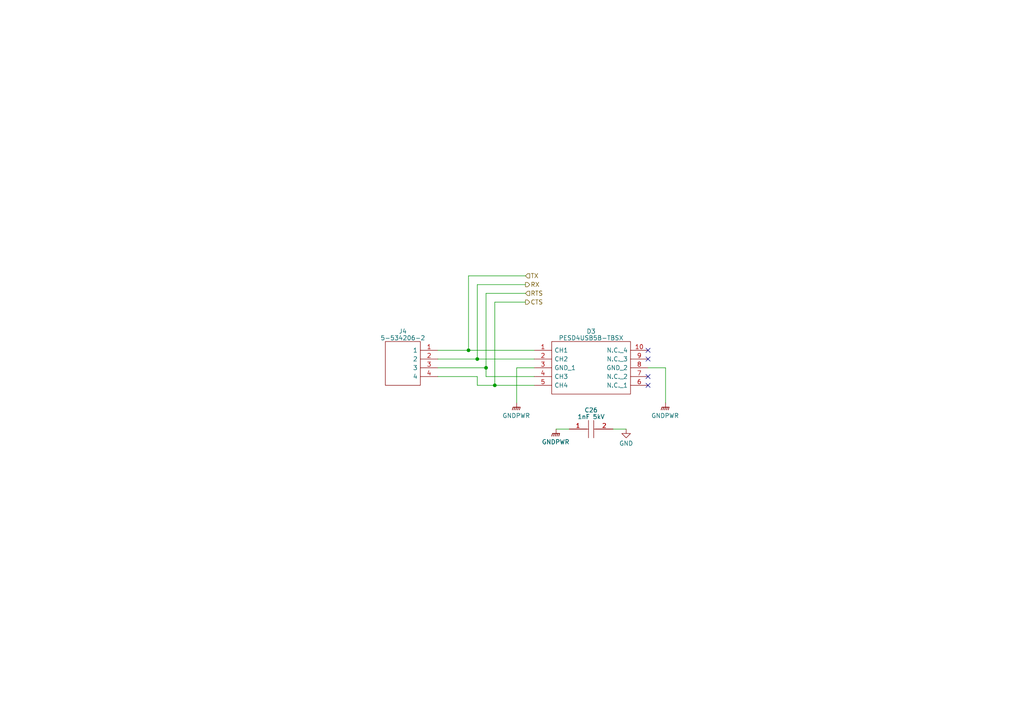
<source format=kicad_sch>
(kicad_sch (version 20230121) (generator eeschema)

  (uuid 52890bf1-14c2-408b-a53e-ac21e3e2bfba)

  (paper "A4")

  (title_block
    (title "Oro Link")
    (date "2023-03-01")
    (rev "2")
    (company "Oro Operating System")
  )

  (lib_symbols
    (symbol "SamacSys_Parts:5-534206-2" (pin_names (offset 0.762)) (in_bom yes) (on_board yes)
      (property "Reference" "J4" (at 10.16 5.4991 0)
        (effects (font (size 1.27 1.27)))
      )
      (property "Value" "5-534206-2" (at 10.16 3.5781 0)
        (effects (font (size 1.27 1.27)))
      )
      (property "Footprint" "RHDR4W77P254_2X2_508X503X864P" (at 16.51 2.54 0)
        (effects (font (size 1.27 1.27)) (justify left) hide)
      )
      (property "Datasheet" "http://www.te.com/commerce/DocumentDelivery/DDEController?Action=srchrtrv&DocNm=534206&DocType=Customer+Drawing&DocLang=English" (at 16.51 0 0)
        (effects (font (size 1.27 1.27)) (justify left) hide)
      )
      (property "Description" "04 MODII VRT DR CE 100/115" (at 16.51 -2.54 0)
        (effects (font (size 1.27 1.27)) (justify left) hide)
      )
      (property "Height" "8.64" (at 16.51 -5.08 0)
        (effects (font (size 1.27 1.27)) (justify left) hide)
      )
      (property "Manufacturer_Name" "TE Connectivity" (at 16.51 -7.62 0)
        (effects (font (size 1.27 1.27)) (justify left) hide)
      )
      (property "Manufacturer_Part_Number" "5-534206-2" (at 16.51 -10.16 0)
        (effects (font (size 1.27 1.27)) (justify left) hide)
      )
      (property "Mouser Part Number" "571-5-534206-2" (at 16.51 -12.7 0)
        (effects (font (size 1.27 1.27)) (justify left) hide)
      )
      (property "Mouser Price/Stock" "https://www.mouser.co.uk/ProductDetail/TE-Connectivity/5-534206-2?qs=0gM3%252BN3k%252B4CBi%2Fxd%252BM7zFw%3D%3D" (at 16.51 -15.24 0)
        (effects (font (size 1.27 1.27)) (justify left) hide)
      )
      (property "Arrow Part Number" "5-534206-2" (at 16.51 -17.78 0)
        (effects (font (size 1.27 1.27)) (justify left) hide)
      )
      (property "Arrow Price/Stock" "https://www.arrow.com/en/products/5-534206-2/te-connectivity?region=nac" (at 16.51 -20.32 0)
        (effects (font (size 1.27 1.27)) (justify left) hide)
      )
      (property "ki_description" "04 MODII VRT DR CE 100/115" (at 0 0 0)
        (effects (font (size 1.27 1.27)) hide)
      )
      (symbol "5-534206-2_0_0"
        (pin passive line (at 20.32 0 180) (length 5.08)
          (name "1" (effects (font (size 1.27 1.27))))
          (number "1" (effects (font (size 1.27 1.27))))
        )
        (pin passive line (at 20.32 -2.54 180) (length 5.08)
          (name "2" (effects (font (size 1.27 1.27))))
          (number "2" (effects (font (size 1.27 1.27))))
        )
        (pin passive line (at 20.32 -5.08 180) (length 5.08)
          (name "3" (effects (font (size 1.27 1.27))))
          (number "3" (effects (font (size 1.27 1.27))))
        )
        (pin passive line (at 20.32 -7.62 180) (length 5.08)
          (name "4" (effects (font (size 1.27 1.27))))
          (number "4" (effects (font (size 1.27 1.27))))
        )
      )
      (symbol "5-534206-2_0_1"
        (polyline
          (pts
            (xy 5.08 2.54)
            (xy 15.24 2.54)
            (xy 15.24 -10.16)
            (xy 5.08 -10.16)
            (xy 5.08 2.54)
          )
          (stroke (width 0.1524) (type solid))
          (fill (type none))
        )
      )
    )
    (symbol "SamacSys_Parts:HV2225Y102KXMATHV" (pin_names (offset 0.762)) (in_bom yes) (on_board yes)
      (property "Reference" "C" (at 8.89 6.35 0)
        (effects (font (size 1.27 1.27)) (justify left))
      )
      (property "Value" "HV2225Y102KXMATHV" (at 8.89 3.81 0)
        (effects (font (size 1.27 1.27)) (justify left))
      )
      (property "Footprint" "CAPC5664X270N" (at 8.89 1.27 0)
        (effects (font (size 1.27 1.27)) (justify left) hide)
      )
      (property "Datasheet" "https://componentsearchengine.com/Datasheets/1/HV2225Y102KXMATHV.pdf" (at 8.89 -1.27 0)
        (effects (font (size 1.27 1.27)) (justify left) hide)
      )
      (property "Description" "Multilayer Ceramic Capacitors MLCC - SMD/SMT 1.0nF 5000volts 10% X7R High Voltage" (at 8.89 -3.81 0)
        (effects (font (size 1.27 1.27)) (justify left) hide)
      )
      (property "Height" "2.7" (at 8.89 -6.35 0)
        (effects (font (size 1.27 1.27)) (justify left) hide)
      )
      (property "Manufacturer_Name" "Vishay" (at 8.89 -8.89 0)
        (effects (font (size 1.27 1.27)) (justify left) hide)
      )
      (property "Manufacturer_Part_Number" "HV2225Y102KXMATHV" (at 8.89 -11.43 0)
        (effects (font (size 1.27 1.27)) (justify left) hide)
      )
      (property "Mouser Part Number" "77-HV2225Y102KXMATHV" (at 8.89 -13.97 0)
        (effects (font (size 1.27 1.27)) (justify left) hide)
      )
      (property "Mouser Price/Stock" "https://www.mouser.com/Search/Refine.aspx?Keyword=77-HV2225Y102KXMATHV" (at 8.89 -16.51 0)
        (effects (font (size 1.27 1.27)) (justify left) hide)
      )
      (property "Arrow Part Number" "" (at 8.89 -19.05 0)
        (effects (font (size 1.27 1.27)) (justify left) hide)
      )
      (property "Arrow Price/Stock" "" (at 8.89 -21.59 0)
        (effects (font (size 1.27 1.27)) (justify left) hide)
      )
      (property "ki_description" "Multilayer Ceramic Capacitors MLCC - SMD/SMT 1.0nF 5000volts 10% X7R High Voltage" (at 0 0 0)
        (effects (font (size 1.27 1.27)) hide)
      )
      (symbol "HV2225Y102KXMATHV_0_0"
        (pin passive line (at 0 0 0) (length 5.08)
          (name "~" (effects (font (size 1.27 1.27))))
          (number "1" (effects (font (size 1.27 1.27))))
        )
        (pin passive line (at 12.7 0 180) (length 5.08)
          (name "~" (effects (font (size 1.27 1.27))))
          (number "2" (effects (font (size 1.27 1.27))))
        )
      )
      (symbol "HV2225Y102KXMATHV_0_1"
        (polyline
          (pts
            (xy 5.08 0)
            (xy 5.588 0)
          )
          (stroke (width 0.1524) (type solid))
          (fill (type none))
        )
        (polyline
          (pts
            (xy 5.588 2.54)
            (xy 5.588 -2.54)
          )
          (stroke (width 0.1524) (type solid))
          (fill (type none))
        )
        (polyline
          (pts
            (xy 7.112 0)
            (xy 7.62 0)
          )
          (stroke (width 0.1524) (type solid))
          (fill (type none))
        )
        (polyline
          (pts
            (xy 7.112 2.54)
            (xy 7.112 -2.54)
          )
          (stroke (width 0.1524) (type solid))
          (fill (type none))
        )
      )
    )
    (symbol "SamacSys_Parts:PESD4USB5B-TBSX" (pin_names (offset 0.762)) (in_bom yes) (on_board yes)
      (property "Reference" "D" (at 29.21 7.62 0)
        (effects (font (size 1.27 1.27)) (justify left))
      )
      (property "Value" "PESD4USB5B-TBSX" (at 29.21 5.08 0)
        (effects (font (size 1.27 1.27)) (justify left))
      )
      (property "Footprint" "PESD4USB5BTBSX" (at 29.21 2.54 0)
        (effects (font (size 1.27 1.27)) (justify left) hide)
      )
      (property "Datasheet" "https://assets.nexperia.com/documents/data-sheet/PESD4USB5B-TBS.pdf" (at 29.21 0 0)
        (effects (font (size 1.27 1.27)) (justify left) hide)
      )
      (property "Description" "5.5V (Typ) Clamp 7A (8/20s) Ipp Tvs Diode Surface Mount, Wettable Flank DFN2510D-10" (at 29.21 -2.54 0)
        (effects (font (size 1.27 1.27)) (justify left) hide)
      )
      (property "Height" "0.8" (at 29.21 -5.08 0)
        (effects (font (size 1.27 1.27)) (justify left) hide)
      )
      (property "Manufacturer_Name" "Nexperia" (at 29.21 -7.62 0)
        (effects (font (size 1.27 1.27)) (justify left) hide)
      )
      (property "Manufacturer_Part_Number" "PESD4USB5B-TBSX" (at 29.21 -10.16 0)
        (effects (font (size 1.27 1.27)) (justify left) hide)
      )
      (property "Mouser Part Number" "771-PESD4USB5B-TBSX" (at 29.21 -12.7 0)
        (effects (font (size 1.27 1.27)) (justify left) hide)
      )
      (property "Mouser Price/Stock" "https://www.mouser.co.uk/ProductDetail/Nexperia/PESD4USB5B-TBSX?qs=ljCeji4nMDncW6w%2F3oPpKQ%3D%3D" (at 29.21 -15.24 0)
        (effects (font (size 1.27 1.27)) (justify left) hide)
      )
      (property "Arrow Part Number" "PESD4USB5B-TBSX" (at 29.21 -17.78 0)
        (effects (font (size 1.27 1.27)) (justify left) hide)
      )
      (property "Arrow Price/Stock" "https://www.arrow.com/en/products/pesd4usb5b-tbsx/nexperia?region=nac" (at 29.21 -20.32 0)
        (effects (font (size 1.27 1.27)) (justify left) hide)
      )
      (property "ki_description" "5.5V (Typ) Clamp 7A (8/20s) Ipp Tvs Diode Surface Mount, Wettable Flank DFN2510D-10" (at 0 0 0)
        (effects (font (size 1.27 1.27)) hide)
      )
      (symbol "PESD4USB5B-TBSX_0_0"
        (pin passive line (at 0 0 0) (length 5.08)
          (name "CH1" (effects (font (size 1.27 1.27))))
          (number "1" (effects (font (size 1.27 1.27))))
        )
        (pin passive line (at 33.02 0 180) (length 5.08)
          (name "N.C._4" (effects (font (size 1.27 1.27))))
          (number "10" (effects (font (size 1.27 1.27))))
        )
        (pin passive line (at 0 -2.54 0) (length 5.08)
          (name "CH2" (effects (font (size 1.27 1.27))))
          (number "2" (effects (font (size 1.27 1.27))))
        )
        (pin passive line (at 0 -5.08 0) (length 5.08)
          (name "GND_1" (effects (font (size 1.27 1.27))))
          (number "3" (effects (font (size 1.27 1.27))))
        )
        (pin passive line (at 0 -7.62 0) (length 5.08)
          (name "CH3" (effects (font (size 1.27 1.27))))
          (number "4" (effects (font (size 1.27 1.27))))
        )
        (pin passive line (at 0 -10.16 0) (length 5.08)
          (name "CH4" (effects (font (size 1.27 1.27))))
          (number "5" (effects (font (size 1.27 1.27))))
        )
        (pin passive line (at 33.02 -10.16 180) (length 5.08)
          (name "N.C._1" (effects (font (size 1.27 1.27))))
          (number "6" (effects (font (size 1.27 1.27))))
        )
        (pin passive line (at 33.02 -7.62 180) (length 5.08)
          (name "N.C._2" (effects (font (size 1.27 1.27))))
          (number "7" (effects (font (size 1.27 1.27))))
        )
        (pin passive line (at 33.02 -5.08 180) (length 5.08)
          (name "GND_2" (effects (font (size 1.27 1.27))))
          (number "8" (effects (font (size 1.27 1.27))))
        )
        (pin passive line (at 33.02 -2.54 180) (length 5.08)
          (name "N.C._3" (effects (font (size 1.27 1.27))))
          (number "9" (effects (font (size 1.27 1.27))))
        )
      )
      (symbol "PESD4USB5B-TBSX_0_1"
        (polyline
          (pts
            (xy 5.08 2.54)
            (xy 27.94 2.54)
            (xy 27.94 -12.7)
            (xy 5.08 -12.7)
            (xy 5.08 2.54)
          )
          (stroke (width 0.1524) (type solid))
          (fill (type none))
        )
      )
    )
    (symbol "power:GND" (power) (pin_names (offset 0)) (in_bom yes) (on_board yes)
      (property "Reference" "#PWR" (at 0 -6.35 0)
        (effects (font (size 1.27 1.27)) hide)
      )
      (property "Value" "GND" (at 0 -3.81 0)
        (effects (font (size 1.27 1.27)))
      )
      (property "Footprint" "" (at 0 0 0)
        (effects (font (size 1.27 1.27)) hide)
      )
      (property "Datasheet" "" (at 0 0 0)
        (effects (font (size 1.27 1.27)) hide)
      )
      (property "ki_keywords" "global power" (at 0 0 0)
        (effects (font (size 1.27 1.27)) hide)
      )
      (property "ki_description" "Power symbol creates a global label with name \"GND\" , ground" (at 0 0 0)
        (effects (font (size 1.27 1.27)) hide)
      )
      (symbol "GND_0_1"
        (polyline
          (pts
            (xy 0 0)
            (xy 0 -1.27)
            (xy 1.27 -1.27)
            (xy 0 -2.54)
            (xy -1.27 -1.27)
            (xy 0 -1.27)
          )
          (stroke (width 0) (type default))
          (fill (type none))
        )
      )
      (symbol "GND_1_1"
        (pin power_in line (at 0 0 270) (length 0) hide
          (name "GND" (effects (font (size 1.27 1.27))))
          (number "1" (effects (font (size 1.27 1.27))))
        )
      )
    )
    (symbol "power:GNDPWR" (power) (pin_names (offset 0)) (in_bom yes) (on_board yes)
      (property "Reference" "#PWR" (at 0 -5.08 0)
        (effects (font (size 1.27 1.27)) hide)
      )
      (property "Value" "GNDPWR" (at 0 -3.302 0)
        (effects (font (size 1.27 1.27)))
      )
      (property "Footprint" "" (at 0 -1.27 0)
        (effects (font (size 1.27 1.27)) hide)
      )
      (property "Datasheet" "" (at 0 -1.27 0)
        (effects (font (size 1.27 1.27)) hide)
      )
      (property "ki_keywords" "global ground" (at 0 0 0)
        (effects (font (size 1.27 1.27)) hide)
      )
      (property "ki_description" "Power symbol creates a global label with name \"GNDPWR\" , global ground" (at 0 0 0)
        (effects (font (size 1.27 1.27)) hide)
      )
      (symbol "GNDPWR_0_1"
        (polyline
          (pts
            (xy 0 -1.27)
            (xy 0 0)
          )
          (stroke (width 0) (type default))
          (fill (type none))
        )
        (polyline
          (pts
            (xy -1.016 -1.27)
            (xy -1.27 -2.032)
            (xy -1.27 -2.032)
          )
          (stroke (width 0.2032) (type default))
          (fill (type none))
        )
        (polyline
          (pts
            (xy -0.508 -1.27)
            (xy -0.762 -2.032)
            (xy -0.762 -2.032)
          )
          (stroke (width 0.2032) (type default))
          (fill (type none))
        )
        (polyline
          (pts
            (xy 0 -1.27)
            (xy -0.254 -2.032)
            (xy -0.254 -2.032)
          )
          (stroke (width 0.2032) (type default))
          (fill (type none))
        )
        (polyline
          (pts
            (xy 0.508 -1.27)
            (xy 0.254 -2.032)
            (xy 0.254 -2.032)
          )
          (stroke (width 0.2032) (type default))
          (fill (type none))
        )
        (polyline
          (pts
            (xy 1.016 -1.27)
            (xy -1.016 -1.27)
            (xy -1.016 -1.27)
          )
          (stroke (width 0.2032) (type default))
          (fill (type none))
        )
        (polyline
          (pts
            (xy 1.016 -1.27)
            (xy 0.762 -2.032)
            (xy 0.762 -2.032)
            (xy 0.762 -2.032)
          )
          (stroke (width 0.2032) (type default))
          (fill (type none))
        )
      )
      (symbol "GNDPWR_1_1"
        (pin power_in line (at 0 0 270) (length 0) hide
          (name "GNDPWR" (effects (font (size 1.27 1.27))))
          (number "1" (effects (font (size 1.27 1.27))))
        )
      )
    )
  )

  (junction (at 143.51 111.76) (diameter 0) (color 0 0 0 0)
    (uuid 21979ab9-20ec-420c-b581-5c40c9312ca8)
  )
  (junction (at 138.43 104.14) (diameter 0) (color 0 0 0 0)
    (uuid 7fb31375-03fb-41ee-8462-7f59e0721447)
  )
  (junction (at 140.97 106.68) (diameter 0) (color 0 0 0 0)
    (uuid 8ca2884c-d295-4055-bf1c-ef4b529a56b2)
  )
  (junction (at 135.89 101.6) (diameter 0) (color 0 0 0 0)
    (uuid affe2e9c-d938-44bb-bb1d-fc532dd18ead)
  )

  (no_connect (at 187.96 111.76) (uuid 219b18ee-b648-434b-b06f-20668014992f))
  (no_connect (at 187.96 109.22) (uuid 4078797a-8dd6-4e7a-828d-eb3cb655bf41))
  (no_connect (at 187.96 104.14) (uuid 769f7749-76ee-4f17-b04a-0ba28133fe8c))
  (no_connect (at 187.96 101.6) (uuid b85d4e8b-f6c1-4da0-8f80-2b36f37e761e))

  (wire (pts (xy 177.8 124.46) (xy 181.61 124.46))
    (stroke (width 0) (type default))
    (uuid 3ba8673f-16f4-4093-9886-c8148a2b35da)
  )
  (wire (pts (xy 140.97 85.09) (xy 152.4 85.09))
    (stroke (width 0) (type default))
    (uuid 4bb74c4b-5bb3-40a4-a764-97153734be3d)
  )
  (wire (pts (xy 127 101.6) (xy 135.89 101.6))
    (stroke (width 0) (type default))
    (uuid 53ad8183-7e51-4858-8ffa-27ff076dd9f7)
  )
  (wire (pts (xy 143.51 87.63) (xy 152.4 87.63))
    (stroke (width 0) (type default))
    (uuid 54f97046-38f8-4ac6-89da-f3743e618a73)
  )
  (wire (pts (xy 193.04 106.68) (xy 187.96 106.68))
    (stroke (width 0) (type default))
    (uuid 59071018-71c5-4f37-9e2f-0da5ef35a58b)
  )
  (wire (pts (xy 140.97 106.68) (xy 140.97 109.22))
    (stroke (width 0) (type default))
    (uuid 598acc66-28b9-4e1a-8f98-e36c9ebd94d1)
  )
  (wire (pts (xy 138.43 109.22) (xy 138.43 111.76))
    (stroke (width 0) (type default))
    (uuid 707a487b-7aa4-430c-b1c7-542a3cfeb5ef)
  )
  (wire (pts (xy 138.43 82.55) (xy 152.4 82.55))
    (stroke (width 0) (type default))
    (uuid 746a78ee-2390-4c14-adbf-918cefb293a0)
  )
  (wire (pts (xy 143.51 111.76) (xy 143.51 87.63))
    (stroke (width 0) (type default))
    (uuid 7e8f0579-9375-452b-9879-bdb6b37d597a)
  )
  (wire (pts (xy 135.89 80.01) (xy 152.4 80.01))
    (stroke (width 0) (type default))
    (uuid 7fbfb806-8130-4b5b-a252-bc50e656e729)
  )
  (wire (pts (xy 135.89 101.6) (xy 135.89 80.01))
    (stroke (width 0) (type default))
    (uuid 80f5151d-754a-4011-8741-1c251e346a10)
  )
  (wire (pts (xy 140.97 106.68) (xy 140.97 85.09))
    (stroke (width 0) (type default))
    (uuid 83eacce8-064d-4190-b1a4-87fc7a1f74d1)
  )
  (wire (pts (xy 161.29 124.46) (xy 165.1 124.46))
    (stroke (width 0) (type default))
    (uuid 93059663-15e5-4cc0-aa13-c648656d83e0)
  )
  (wire (pts (xy 140.97 109.22) (xy 154.94 109.22))
    (stroke (width 0) (type default))
    (uuid 9f95e81b-0e1c-4422-bd42-f01216838832)
  )
  (wire (pts (xy 135.89 101.6) (xy 154.94 101.6))
    (stroke (width 0) (type default))
    (uuid a0487680-8e54-4c39-9d20-60d0f359f6da)
  )
  (wire (pts (xy 149.86 106.68) (xy 154.94 106.68))
    (stroke (width 0) (type default))
    (uuid a0e7c630-e75f-4974-8b82-decd16f47fb8)
  )
  (wire (pts (xy 143.51 111.76) (xy 154.94 111.76))
    (stroke (width 0) (type default))
    (uuid a2caf7ef-cdb1-4a22-a412-91e0aeea579b)
  )
  (wire (pts (xy 149.86 116.84) (xy 149.86 106.68))
    (stroke (width 0) (type default))
    (uuid aa783624-7393-4cdb-9175-fc13f06e9ced)
  )
  (wire (pts (xy 138.43 104.14) (xy 154.94 104.14))
    (stroke (width 0) (type default))
    (uuid b12d2cb1-b4e8-4d10-8561-0c98899733fd)
  )
  (wire (pts (xy 138.43 111.76) (xy 143.51 111.76))
    (stroke (width 0) (type default))
    (uuid c3a6355d-8750-4104-906b-c391557b0180)
  )
  (wire (pts (xy 193.04 116.84) (xy 193.04 106.68))
    (stroke (width 0) (type default))
    (uuid c71ff921-50a7-4952-89d3-647c8fde01ae)
  )
  (wire (pts (xy 127 109.22) (xy 138.43 109.22))
    (stroke (width 0) (type default))
    (uuid da2aae93-c792-4db7-baea-e8f481607694)
  )
  (wire (pts (xy 127 106.68) (xy 140.97 106.68))
    (stroke (width 0) (type default))
    (uuid e6ac5eb8-561a-441f-9a94-7171c808c0b9)
  )
  (wire (pts (xy 127 104.14) (xy 138.43 104.14))
    (stroke (width 0) (type default))
    (uuid f9c08b56-5821-49bb-9e14-978caeddeb5b)
  )
  (wire (pts (xy 138.43 104.14) (xy 138.43 82.55))
    (stroke (width 0) (type default))
    (uuid fd77d09a-e024-4065-8963-6a1913111275)
  )

  (hierarchical_label "CTS" (shape output) (at 152.4 87.63 0) (fields_autoplaced)
    (effects (font (size 1.27 1.27)) (justify left))
    (uuid 5ffaf69b-3e7f-45ed-b368-6482cadacd28)
  )
  (hierarchical_label "RX" (shape output) (at 152.4 82.55 0) (fields_autoplaced)
    (effects (font (size 1.27 1.27)) (justify left))
    (uuid 612a8cd0-88f2-44ce-9ccc-275c77e2794a)
  )
  (hierarchical_label "TX" (shape input) (at 152.4 80.01 0) (fields_autoplaced)
    (effects (font (size 1.27 1.27)) (justify left))
    (uuid a85d9bb7-22c2-4ccb-bfc0-368d2db86666)
  )
  (hierarchical_label "RTS" (shape input) (at 152.4 85.09 0) (fields_autoplaced)
    (effects (font (size 1.27 1.27)) (justify left))
    (uuid d74c2db7-9fc1-4035-a44d-f9c7108f58ee)
  )

  (symbol (lib_id "SamacSys_Parts:PESD4USB5B-TBSX") (at 154.94 101.6 0) (unit 1)
    (in_bom yes) (on_board yes) (dnp no) (fields_autoplaced)
    (uuid 2117477b-736c-44c3-9d0d-01bf956bcf14)
    (property "Reference" "D3" (at 171.45 96.1009 0)
      (effects (font (size 1.27 1.27)))
    )
    (property "Value" "PESD4USB5B-TBSX" (at 171.45 98.0219 0)
      (effects (font (size 1.27 1.27)))
    )
    (property "Footprint" "PESD4USB5BTBSX" (at 184.15 99.06 0)
      (effects (font (size 1.27 1.27)) (justify left) hide)
    )
    (property "Datasheet" "https://assets.nexperia.com/documents/data-sheet/PESD4USB5B-TBS.pdf" (at 184.15 101.6 0)
      (effects (font (size 1.27 1.27)) (justify left) hide)
    )
    (property "Description" "5.5V (Typ) Clamp 7A (8/20s) Ipp Tvs Diode Surface Mount, Wettable Flank DFN2510D-10" (at 184.15 104.14 0)
      (effects (font (size 1.27 1.27)) (justify left) hide)
    )
    (property "Height" "0.8" (at 184.15 106.68 0)
      (effects (font (size 1.27 1.27)) (justify left) hide)
    )
    (property "Manufacturer_Name" "Nexperia" (at 184.15 109.22 0)
      (effects (font (size 1.27 1.27)) (justify left) hide)
    )
    (property "Manufacturer_Part_Number" "PESD4USB5B-TBSX" (at 184.15 111.76 0)
      (effects (font (size 1.27 1.27)) (justify left) hide)
    )
    (property "Mouser Part Number" "771-PESD4USB5B-TBSX" (at 184.15 114.3 0)
      (effects (font (size 1.27 1.27)) (justify left) hide)
    )
    (property "Mouser Price/Stock" "https://www.mouser.co.uk/ProductDetail/Nexperia/PESD4USB5B-TBSX?qs=ljCeji4nMDncW6w%2F3oPpKQ%3D%3D" (at 184.15 116.84 0)
      (effects (font (size 1.27 1.27)) (justify left) hide)
    )
    (property "Arrow Part Number" "PESD4USB5B-TBSX" (at 184.15 119.38 0)
      (effects (font (size 1.27 1.27)) (justify left) hide)
    )
    (property "Arrow Price/Stock" "https://www.arrow.com/en/products/pesd4usb5b-tbsx/nexperia?region=nac" (at 184.15 121.92 0)
      (effects (font (size 1.27 1.27)) (justify left) hide)
    )
    (pin "1" (uuid 521419f0-fce2-4081-bc57-51eced2141ef))
    (pin "10" (uuid 618102c0-6685-4f07-afbc-c8701cd4623c))
    (pin "2" (uuid 8a3a6cda-5763-4372-ae35-3449ef1e5a48))
    (pin "3" (uuid 3529efec-706b-458f-823e-827281176c06))
    (pin "4" (uuid 1ef5fcb1-e4aa-4ff7-a3cd-bfc45f435986))
    (pin "5" (uuid e1f05207-0aa3-4833-a2c2-7eaafa6984cb))
    (pin "6" (uuid 38e381a2-0b72-4025-b66c-1a431f998c70))
    (pin "7" (uuid d9e24544-ad27-4880-93a4-53303fe53f95))
    (pin "8" (uuid 46e8b985-ec79-4977-bd58-ecc8bcce64fb))
    (pin "9" (uuid 2920bdd7-5a4f-48f5-8563-c3b9552615af))
    (instances
      (project "Oro Link rev2"
        (path "/e89dcd22-1250-4a5b-b778-1c95a0dd623d"
          (reference "D3") (unit 1)
        )
        (path "/e89dcd22-1250-4a5b-b778-1c95a0dd623d/6f0a294d-fd09-4bb5-9458-a2c8fc68902c"
          (reference "D6") (unit 1)
        )
      )
    )
  )

  (symbol (lib_id "SamacSys_Parts:5-534206-2") (at 106.68 101.6 0) (unit 1)
    (in_bom yes) (on_board yes) (dnp no) (fields_autoplaced)
    (uuid 48f55e8c-1b00-4992-b2a5-78c177db1675)
    (property "Reference" "J4" (at 116.84 96.1009 0)
      (effects (font (size 1.27 1.27)))
    )
    (property "Value" "5-534206-2" (at 116.84 98.0219 0)
      (effects (font (size 1.27 1.27)))
    )
    (property "Footprint" "RHDR4W77P254_2X2_508X503X864P" (at 123.19 99.06 0)
      (effects (font (size 1.27 1.27)) (justify left) hide)
    )
    (property "Datasheet" "http://www.te.com/commerce/DocumentDelivery/DDEController?Action=srchrtrv&DocNm=534206&DocType=Customer+Drawing&DocLang=English" (at 123.19 101.6 0)
      (effects (font (size 1.27 1.27)) (justify left) hide)
    )
    (property "Description" "04 MODII VRT DR CE 100/115" (at 123.19 104.14 0)
      (effects (font (size 1.27 1.27)) (justify left) hide)
    )
    (property "Height" "8.64" (at 123.19 106.68 0)
      (effects (font (size 1.27 1.27)) (justify left) hide)
    )
    (property "Manufacturer_Name" "TE Connectivity" (at 123.19 109.22 0)
      (effects (font (size 1.27 1.27)) (justify left) hide)
    )
    (property "Manufacturer_Part_Number" "5-534206-2" (at 123.19 111.76 0)
      (effects (font (size 1.27 1.27)) (justify left) hide)
    )
    (property "Mouser Part Number" "571-5-534206-2" (at 123.19 114.3 0)
      (effects (font (size 1.27 1.27)) (justify left) hide)
    )
    (property "Mouser Price/Stock" "https://www.mouser.co.uk/ProductDetail/TE-Connectivity/5-534206-2?qs=0gM3%252BN3k%252B4CBi%2Fxd%252BM7zFw%3D%3D" (at 123.19 116.84 0)
      (effects (font (size 1.27 1.27)) (justify left) hide)
    )
    (property "Arrow Part Number" "5-534206-2" (at 123.19 119.38 0)
      (effects (font (size 1.27 1.27)) (justify left) hide)
    )
    (property "Arrow Price/Stock" "https://www.arrow.com/en/products/5-534206-2/te-connectivity?region=nac" (at 123.19 121.92 0)
      (effects (font (size 1.27 1.27)) (justify left) hide)
    )
    (pin "1" (uuid 69459a3b-e000-4eac-b39e-ef7c61f0422e))
    (pin "2" (uuid e6fd8973-9657-45a2-ab2e-68d197f96318))
    (pin "3" (uuid 26c71569-42d3-442f-abed-08364d4b3a74))
    (pin "4" (uuid a8dae79f-97b2-4fd9-9bda-20259443a1d8))
    (instances
      (project "Oro Link rev2"
        (path "/e89dcd22-1250-4a5b-b778-1c95a0dd623d/6f0a294d-fd09-4bb5-9458-a2c8fc68902c"
          (reference "J4") (unit 1)
        )
      )
    )
  )

  (symbol (lib_id "power:GNDPWR") (at 193.04 116.84 0) (unit 1)
    (in_bom yes) (on_board yes) (dnp no) (fields_autoplaced)
    (uuid 4973befb-bed4-4261-8240-4488e84718fc)
    (property "Reference" "#PWR060" (at 193.04 121.92 0)
      (effects (font (size 1.27 1.27)) hide)
    )
    (property "Value" "GNDPWR" (at 192.913 120.5691 0)
      (effects (font (size 1.27 1.27)))
    )
    (property "Footprint" "" (at 193.04 118.11 0)
      (effects (font (size 1.27 1.27)) hide)
    )
    (property "Datasheet" "" (at 193.04 118.11 0)
      (effects (font (size 1.27 1.27)) hide)
    )
    (pin "1" (uuid d7847f92-6e5c-4a7b-bcf2-6a7ecbf69340))
    (instances
      (project "Oro Link rev2"
        (path "/e89dcd22-1250-4a5b-b778-1c95a0dd623d/6f0a294d-fd09-4bb5-9458-a2c8fc68902c"
          (reference "#PWR060") (unit 1)
        )
      )
    )
  )

  (symbol (lib_id "power:GNDPWR") (at 161.29 124.46 0) (unit 1)
    (in_bom yes) (on_board yes) (dnp no) (fields_autoplaced)
    (uuid c666d049-653b-4e08-95c4-96f0cfff6659)
    (property "Reference" "#PWR058" (at 161.29 129.54 0)
      (effects (font (size 1.27 1.27)) hide)
    )
    (property "Value" "GNDPWR" (at 161.163 128.1891 0)
      (effects (font (size 1.27 1.27)))
    )
    (property "Footprint" "" (at 161.29 125.73 0)
      (effects (font (size 1.27 1.27)) hide)
    )
    (property "Datasheet" "" (at 161.29 125.73 0)
      (effects (font (size 1.27 1.27)) hide)
    )
    (pin "1" (uuid b246eb6c-6e98-48fe-973b-b5eab9a9c7b5))
    (instances
      (project "Oro Link rev2"
        (path "/e89dcd22-1250-4a5b-b778-1c95a0dd623d/6f0a294d-fd09-4bb5-9458-a2c8fc68902c"
          (reference "#PWR058") (unit 1)
        )
      )
    )
  )

  (symbol (lib_id "SamacSys_Parts:HV2225Y102KXMATHV") (at 165.1 124.46 0) (unit 1)
    (in_bom yes) (on_board yes) (dnp no) (fields_autoplaced)
    (uuid d4bc5366-5bbb-4692-ac35-d26fd7128ca7)
    (property "Reference" "C26" (at 171.45 118.9609 0)
      (effects (font (size 1.27 1.27)))
    )
    (property "Value" "1nF 5kV" (at 171.45 120.8819 0)
      (effects (font (size 1.27 1.27)))
    )
    (property "Footprint" "CAPC5664X270N" (at 173.99 123.19 0)
      (effects (font (size 1.27 1.27)) (justify left) hide)
    )
    (property "Datasheet" "https://componentsearchengine.com/Datasheets/1/HV2225Y102KXMATHV.pdf" (at 173.99 125.73 0)
      (effects (font (size 1.27 1.27)) (justify left) hide)
    )
    (property "Description" "Multilayer Ceramic Capacitors MLCC - SMD/SMT 1.0nF 5000volts 10% X7R High Voltage" (at 173.99 128.27 0)
      (effects (font (size 1.27 1.27)) (justify left) hide)
    )
    (property "Height" "2.7" (at 173.99 130.81 0)
      (effects (font (size 1.27 1.27)) (justify left) hide)
    )
    (property "Manufacturer_Name" "Vishay" (at 173.99 133.35 0)
      (effects (font (size 1.27 1.27)) (justify left) hide)
    )
    (property "Manufacturer_Part_Number" "HV2225Y102KXMATHV" (at 173.99 135.89 0)
      (effects (font (size 1.27 1.27)) (justify left) hide)
    )
    (property "Mouser Part Number" "77-HV2225Y102KXMATHV" (at 173.99 138.43 0)
      (effects (font (size 1.27 1.27)) (justify left) hide)
    )
    (property "Mouser Price/Stock" "https://www.mouser.com/Search/Refine.aspx?Keyword=77-HV2225Y102KXMATHV" (at 173.99 140.97 0)
      (effects (font (size 1.27 1.27)) (justify left) hide)
    )
    (property "Arrow Part Number" "" (at 173.99 143.51 0)
      (effects (font (size 1.27 1.27)) (justify left) hide)
    )
    (property "Arrow Price/Stock" "" (at 173.99 146.05 0)
      (effects (font (size 1.27 1.27)) (justify left) hide)
    )
    (pin "1" (uuid 97053fc1-868d-48a7-bc9a-d69e15e964af))
    (pin "2" (uuid 5c077fca-2418-48b7-8deb-1872016a29a4))
    (instances
      (project "Oro Link rev2"
        (path "/e89dcd22-1250-4a5b-b778-1c95a0dd623d/6f0a294d-fd09-4bb5-9458-a2c8fc68902c"
          (reference "C26") (unit 1)
        )
      )
    )
  )

  (symbol (lib_id "power:GND") (at 181.61 124.46 0) (unit 1)
    (in_bom yes) (on_board yes) (dnp no) (fields_autoplaced)
    (uuid dccb56ba-2020-4de1-9951-637250f00472)
    (property "Reference" "#PWR059" (at 181.61 130.81 0)
      (effects (font (size 1.27 1.27)) hide)
    )
    (property "Value" "GND" (at 181.61 128.5955 0)
      (effects (font (size 1.27 1.27)))
    )
    (property "Footprint" "" (at 181.61 124.46 0)
      (effects (font (size 1.27 1.27)) hide)
    )
    (property "Datasheet" "" (at 181.61 124.46 0)
      (effects (font (size 1.27 1.27)) hide)
    )
    (pin "1" (uuid 7f48297d-64fd-4d1c-b86e-a119f468ad5e))
    (instances
      (project "Oro Link rev2"
        (path "/e89dcd22-1250-4a5b-b778-1c95a0dd623d/6f0a294d-fd09-4bb5-9458-a2c8fc68902c"
          (reference "#PWR059") (unit 1)
        )
      )
    )
  )

  (symbol (lib_id "power:GNDPWR") (at 149.86 116.84 0) (unit 1)
    (in_bom yes) (on_board yes) (dnp no) (fields_autoplaced)
    (uuid dfd93511-44fa-4b36-a4a2-2a46d203a9d5)
    (property "Reference" "#PWR057" (at 149.86 121.92 0)
      (effects (font (size 1.27 1.27)) hide)
    )
    (property "Value" "GNDPWR" (at 149.733 120.5691 0)
      (effects (font (size 1.27 1.27)))
    )
    (property "Footprint" "" (at 149.86 118.11 0)
      (effects (font (size 1.27 1.27)) hide)
    )
    (property "Datasheet" "" (at 149.86 118.11 0)
      (effects (font (size 1.27 1.27)) hide)
    )
    (pin "1" (uuid 6cbd01b0-fa16-4464-a694-117a95d892a0))
    (instances
      (project "Oro Link rev2"
        (path "/e89dcd22-1250-4a5b-b778-1c95a0dd623d/6f0a294d-fd09-4bb5-9458-a2c8fc68902c"
          (reference "#PWR057") (unit 1)
        )
      )
    )
  )
)

</source>
